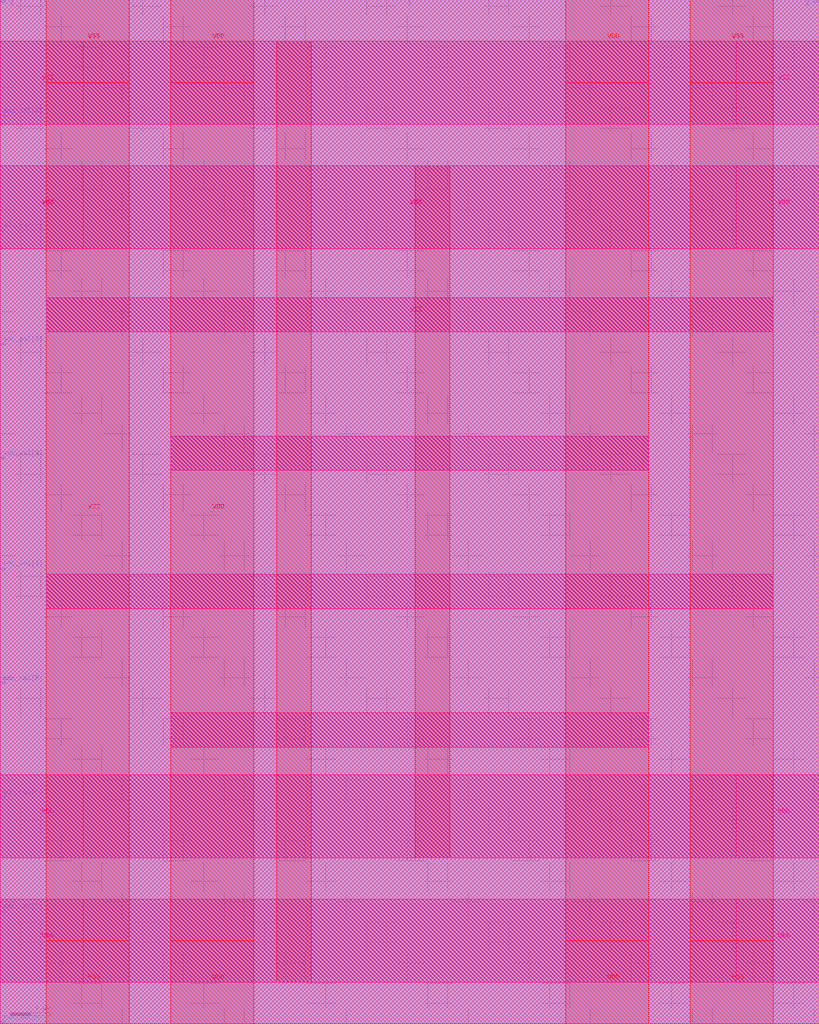
<source format=lef>
###############################################################
#  Generated by:      Cadence Innovus 20.13-s083_1
#  OS:                Linux x86_64(Host ID caddy13)
#  Generated on:      Mon Jul 19 16:43:34 2021
#  Design:            sar_adc_controller
#  Command:           write_lef_abstract -specifyTopLayer 6 -PGPinLayers {5 6} -noCutObs -stripePin results/sar_adc_controller.lef
###############################################################

VERSION 5.8 ;

BUSBITCHARS "[]" ;
DIVIDERCHAR "/" ;

MACRO sar_adc_controller
  CLASS BLOCK ;
  SIZE 80.500000 BY 100.640000 ;
  FOREIGN sar_adc_controller 0.000000 0.000000 ;
  ORIGIN 0 0 ;
  SYMMETRY X Y R90 ;
  PIN clk
    DIRECTION INPUT ;
    USE SIGNAL ;
    ANTENNAPARTIALMETALAREA 5.3802 LAYER met2  ;
    ANTENNAPARTIALMETALSIDEAREA 26.74 LAYER met2  ;
    ANTENNAPARTIALCUTAREA 0.04 LAYER via2  ;
    ANTENNAPARTIALMETALAREA 11.4156 LAYER met3  ;
    ANTENNAPARTIALMETALSIDEAREA 61.824 LAYER met3  ;
    ANTENNAMODEL OXIDE1 ;
    ANTENNAGATEAREA 0.9825 LAYER met3  ;
    ANTENNAMAXAREACAR 14.4443 LAYER met3  ;
    ANTENNAMAXSIDEAREACAR 74.5771 LAYER met3  ;
    ANTENNAMAXCUTCAR 0.228125 LAYER via3  ;
    PORT
      LAYER met2 ;
        RECT 1.080000 100.155000 1.220000 100.640000 ;
    END
  END clk
  PIN rst_n
    DIRECTION INPUT ;
    USE SIGNAL ;
    ANTENNAPARTIALMETALAREA 9.8095 LAYER met2  ;
    ANTENNAPARTIALMETALSIDEAREA 48.0025 LAYER met2  ;
    ANTENNAMODEL OXIDE1 ;
    ANTENNAGATEAREA 1.503 LAYER met2  ;
    ANTENNAMAXAREACAR 25.6 LAYER met2  ;
    ANTENNAMAXSIDEAREACAR 120.2 LAYER met2  ;
    ANTENNAPARTIALCUTAREA 0.04 LAYER via2  ;
    ANTENNAMAXCUTCAR 0.613121 LAYER via2  ;
    ANTENNAPARTIALMETALAREA 1.6368 LAYER met3  ;
    ANTENNAPARTIALMETALSIDEAREA 9.2 LAYER met3  ;
    ANTENNAGATEAREA 2.889 LAYER met3  ;
    ANTENNAMAXAREACAR 26.1666 LAYER met3  ;
    ANTENNAMAXSIDEAREACAR 123.384 LAYER met3  ;
    ANTENNAMAXCUTCAR 0.615368 LAYER via3  ;
    PORT
      LAYER met2 ;
        RECT 40.180000 100.155000 40.320000 100.640000 ;
    END
  END rst_n
  PIN adc_start
    DIRECTION INPUT ;
    USE SIGNAL ;
    ANTENNAPARTIALMETALAREA 5.1169 LAYER met2  ;
    ANTENNAPARTIALMETALSIDEAREA 25.4765 LAYER met2  ;
    ANTENNAMODEL OXIDE1 ;
    ANTENNAGATEAREA 0.2475 LAYER met2  ;
    ANTENNAMAXAREACAR 37.6333 LAYER met2  ;
    ANTENNAMAXSIDEAREACAR 185.956 LAYER met2  ;
    ANTENNAMAXCUTCAR 0.207677 LAYER via2  ;
    PORT
      LAYER met2 ;
        RECT 79.280000 100.155000 79.420000 100.640000 ;
    END
  END adc_start
  PIN comparator_val
    DIRECTION INPUT ;
    USE SIGNAL ;
    ANTENNAPARTIALMETALAREA 1.5784 LAYER met2  ;
    ANTENNAPARTIALMETALSIDEAREA 7.784 LAYER met2  ;
    ANTENNAMODEL OXIDE1 ;
    ANTENNAGATEAREA 0.2475 LAYER met2  ;
    ANTENNAMAXAREACAR 26.1226 LAYER met2  ;
    ANTENNAMAXSIDEAREACAR 128.495 LAYER met2  ;
    ANTENNAMAXCUTCAR 0.207677 LAYER via2  ;
    PORT
      LAYER met2 ;
        RECT 0.000000 100.400000 0.485000 100.540000 ;
    END
  END comparator_val
  PIN run_adc_n
    DIRECTION OUTPUT ;
    USE SIGNAL ;
    ANTENNADIFFAREA 0.429 LAYER met2  ;
    ANTENNAPARTIALMETALAREA 0.1028 LAYER met2  ;
    ANTENNAPARTIALMETALSIDEAREA 0.406 LAYER met2  ;
    PORT
      LAYER met2 ;
        RECT 0.000000 0.100000 0.485000 0.240000 ;
    END
  END run_adc_n
  PIN adc_val[7]
    DIRECTION OUTPUT ;
    USE SIGNAL ;
    ANTENNADIFFAREA 0.336 LAYER met2  ;
    ANTENNAPARTIALMETALAREA 2.9007 LAYER met2  ;
    ANTENNAPARTIALMETALSIDEAREA 14.3955 LAYER met2  ;
    PORT
      LAYER met2 ;
        RECT 0.000000 10.980000 0.485000 11.120000 ;
    END
  END adc_val[7]
  PIN adc_val[6]
    DIRECTION OUTPUT ;
    USE SIGNAL ;
    ANTENNADIFFAREA 0.336 LAYER met2  ;
    ANTENNAPARTIALMETALAREA 1.003 LAYER met2  ;
    ANTENNAPARTIALMETALSIDEAREA 4.907 LAYER met2  ;
    PORT
      LAYER met2 ;
        RECT 0.000000 22.200000 0.485000 22.340000 ;
    END
  END adc_val[6]
  PIN adc_val[5]
    DIRECTION OUTPUT ;
    USE SIGNAL ;
    ANTENNADIFFAREA 0.336 LAYER met2  ;
    ANTENNAPARTIALMETALAREA 0.0937 LAYER met2  ;
    ANTENNAPARTIALMETALSIDEAREA 0.3605 LAYER met2  ;
    PORT
      LAYER met2 ;
        RECT 0.000000 33.420000 0.485000 33.560000 ;
    END
  END adc_val[5]
  PIN adc_val[4]
    DIRECTION OUTPUT ;
    USE SIGNAL ;
    ANTENNADIFFAREA 0.336 LAYER met2  ;
    ANTENNAPARTIALMETALAREA 0.1938 LAYER met2  ;
    ANTENNAPARTIALMETALSIDEAREA 0.861 LAYER met2  ;
    PORT
      LAYER met2 ;
        RECT 0.000000 44.640000 0.485000 44.780000 ;
    END
  END adc_val[4]
  PIN adc_val[3]
    DIRECTION OUTPUT ;
    USE SIGNAL ;
    ANTENNADIFFAREA 0.336 LAYER met2  ;
    ANTENNAPARTIALMETALAREA 1.5308 LAYER met2  ;
    ANTENNAPARTIALMETALSIDEAREA 7.546 LAYER met2  ;
    PORT
      LAYER met2 ;
        RECT 0.000000 55.520000 0.485000 55.660000 ;
    END
  END adc_val[3]
  PIN adc_val[2]
    DIRECTION OUTPUT ;
    USE SIGNAL ;
    ANTENNADIFFAREA 0.336 LAYER met2  ;
    ANTENNAPARTIALMETALAREA 0.2414 LAYER met2  ;
    ANTENNAPARTIALMETALSIDEAREA 1.099 LAYER met2  ;
    PORT
      LAYER met2 ;
        RECT 0.000000 66.740000 0.485000 66.880000 ;
    END
  END adc_val[2]
  PIN adc_val[1]
    DIRECTION OUTPUT ;
    USE SIGNAL ;
    ANTENNADIFFAREA 0.336 LAYER met2  ;
    ANTENNAPARTIALMETALAREA 1.3362 LAYER met2  ;
    ANTENNAPARTIALMETALSIDEAREA 6.573 LAYER met2  ;
    PORT
      LAYER met2 ;
        RECT 0.000000 77.960000 0.485000 78.100000 ;
    END
  END adc_val[1]
  PIN adc_val[0]
    DIRECTION OUTPUT ;
    USE SIGNAL ;
    ANTENNADIFFAREA 0.336 LAYER met2  ;
    ANTENNAPARTIALMETALAREA 0.6222 LAYER met2  ;
    ANTENNAPARTIALMETALSIDEAREA 3.003 LAYER met2  ;
    PORT
      LAYER met2 ;
        RECT 0.000000 89.180000 0.485000 89.320000 ;
    END
  END adc_val[0]
  PIN out_valid
    DIRECTION OUTPUT ;
    USE SIGNAL ;
    ANTENNADIFFAREA 0.429 LAYER met2  ;
    ANTENNAPARTIALMETALAREA 4.5443 LAYER met2  ;
    ANTENNAPARTIALMETALSIDEAREA 22.6135 LAYER met2  ;
    PORT
      LAYER met2 ;
        RECT 80.015000 100.400000 80.500000 100.540000 ;
    END
  END out_valid
  PIN VSS
    DIRECTION INOUT ;
    USE GROUND ;
    PORT
      LAYER met5 ;
        RECT 72.340000 88.400000 80.500000 96.560000 ;
    END
    PORT
      LAYER met5 ;
        RECT 0.000000 88.400000 8.160000 96.560000 ;
    END
    PORT
      LAYER met5 ;
        RECT 72.340000 4.080000 80.500000 12.240000 ;
    END
    PORT
      LAYER met5 ;
        RECT 0.000000 4.080000 8.160000 12.240000 ;
    END
    PORT
      LAYER met4 ;
        RECT 67.840000 92.480000 76.000000 100.640000 ;
    END
    PORT
      LAYER met4 ;
        RECT 67.840000 0.000000 76.000000 8.160000 ;
    END
    PORT
      LAYER met4 ;
        RECT 4.500000 92.480000 12.660000 100.640000 ;
    END
    PORT
      LAYER met4 ;
        RECT 4.500000 0.000000 12.660000 8.160000 ;
    END

# P/G power stripe data as pin
    PORT
      LAYER met4 ;
        RECT 27.200000 4.080000 30.560000 96.560000 ;
        RECT 67.840000 0.000000 76.000000 100.640000 ;
        RECT 4.500000 0.000000 12.660000 100.640000 ;
      LAYER met5 ;
        RECT 0.000000 4.080000 80.500000 12.240000 ;
        RECT 4.500000 40.800000 76.000000 44.160000 ;
        RECT 0.000000 88.400000 80.500000 96.560000 ;
        RECT 4.500000 68.000000 76.000000 71.360000 ;
    END
# end of P/G power stripe data as pin

  END VSS
  PIN VDD
    DIRECTION INOUT ;
    USE POWER ;
    PORT
      LAYER met5 ;
        RECT 72.340000 76.160000 80.500000 84.320000 ;
    END
    PORT
      LAYER met5 ;
        RECT 0.000000 76.160000 8.160000 84.320000 ;
    END
    PORT
      LAYER met5 ;
        RECT 72.340000 16.320000 80.500000 24.480000 ;
    END
    PORT
      LAYER met5 ;
        RECT 0.000000 16.320000 8.160000 24.480000 ;
    END
    PORT
      LAYER met4 ;
        RECT 55.600000 92.480000 63.760000 100.640000 ;
    END
    PORT
      LAYER met4 ;
        RECT 55.600000 0.000000 63.760000 8.160000 ;
    END
    PORT
      LAYER met4 ;
        RECT 16.740000 92.480000 24.900000 100.640000 ;
    END
    PORT
      LAYER met4 ;
        RECT 16.740000 0.000000 24.900000 8.160000 ;
    END

# P/G power stripe data as pin
    PORT
      LAYER met4 ;
        RECT 40.800000 16.320000 44.160000 84.320000 ;
        RECT 55.600000 0.000000 63.760000 100.640000 ;
        RECT 16.740000 0.000000 24.900000 100.640000 ;
      LAYER met5 ;
        RECT 16.740000 27.200000 63.760000 30.560000 ;
        RECT 0.000000 16.320000 80.500000 24.480000 ;
        RECT 16.740000 54.400000 63.760000 57.760000 ;
        RECT 0.000000 76.160000 80.500000 84.320000 ;
    END
# end of P/G power stripe data as pin

  END VDD
  OBS
    LAYER li1 ;
      RECT 0.000000 0.000000 80.500000 100.640000 ;
    LAYER met1 ;
      RECT 0.000000 0.000000 80.500000 100.640000 ;
    LAYER met2 ;
      RECT 0.000000 0.000000 80.500000 100.640000 ;
    LAYER met3 ;
      RECT 0.000000 0.000000 80.500000 100.640000 ;
    LAYER met4 ;
      RECT 0.000000 0.000000 80.500000 100.640000 ;
    LAYER met5 ;
      RECT 0.000000 0.000000 80.500000 100.640000 ;
  END
END sar_adc_controller

END LIBRARY

</source>
